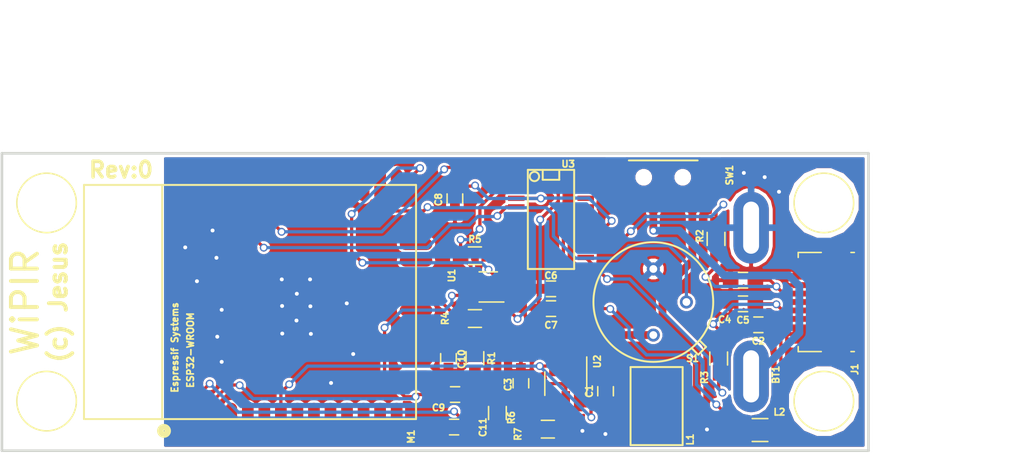
<source format=kicad_pcb>
(kicad_pcb (version 4) (host pcbnew 4.0.7-e2-6376~58~ubuntu16.04.1)
  (title_block (title wipir) (date 2017-10-19) (rev 0) (comment 1 "by Jesus Cano <me@jesus.engineer>") (comment 2 http://jesus.engineer/wipir))
  (layers (0 F.Cu signal) (31 B.Cu signal) (34 B.Paste user) (35 F.Paste user) (36 B.SilkS user) (37 F.SilkS user) (38 B.Mask user) (39 F.Mask user) (44 Edge.Cuts user))
  (net 0 "")
  (net 1 GND)
  (net 2 +BATT)
  (net 3 "Net-(C2-Pad1)")
  (net 4 VDD)
  (net 5 "Net-(C4-Pad1)")
  (net 6 "Net-(C5-Pad1)")
  (net 7 "Net-(C6-Pad1)")
  (net 8 "Net-(C8-Pad1)")
  (net 9 /RESET)
  (net 10 "Net-(J1-Pad4)")
  (net 11 "Net-(L1-Pad1)")
  (net 12 "Net-(M1-Pad37)")
  (net 13 "Net-(M1-Pad36)")
  (net 14 /TXD0)
  (net 15 /RXD0)
  (net 16 "Net-(M1-Pad33)")
  (net 17 "Net-(M1-Pad32)")
  (net 18 "Net-(M1-Pad31)")
  (net 19 "Net-(M1-Pad30)")
  (net 20 "Net-(M1-Pad29)")
  (net 21 "Net-(M1-Pad28)")
  (net 22 "Net-(M1-Pad27)")
  (net 23 /GPIO4)
  (net 24 /GPIO0)
  (net 25 "Net-(M1-Pad24)")
  (net 26 "Net-(M1-Pad23)")
  (net 27 "Net-(M1-Pad22)")
  (net 28 "Net-(M1-Pad21)")
  (net 29 "Net-(M1-Pad20)")
  (net 30 "Net-(M1-Pad19)")
  (net 31 "Net-(M1-Pad18)")
  (net 32 "Net-(M1-Pad17)")
  (net 33 "Net-(M1-Pad16)")
  (net 34 "Net-(M1-Pad15)")
  (net 35 "Net-(M1-Pad14)")
  (net 36 "Net-(M1-Pad13)")
  (net 37 "Net-(M1-Pad12)")
  (net 38 "Net-(M1-Pad11)")
  (net 39 "Net-(M1-Pad10)")
  (net 40 "Net-(M1-Pad9)")
  (net 41 "Net-(M1-Pad8)")
  (net 42 "Net-(M1-Pad6)")
  (net 43 "Net-(M1-Pad5)")
  (net 44 "Net-(M1-Pad4)")
  (net 45 /DTR)
  (net 46 /RTS)
  (net 47 "Net-(R2-Pad1)")
  (net 48 "Net-(R3-Pad1)")
  (net 49 "Net-(R6-Pad2)")
  (net 50 "Net-(U3-Pad5)")
  (net 51 "Net-(U3-Pad7)")
  (net 52 "Net-(U3-Pad8)")
  (net 53 "Net-(U3-Pad9)")
  (net 54 "Net-(U3-Pad10)")
  (net 55 "Net-(U3-Pad17)")
  (net 56 "Net-(U3-Pad18)")
  (net 57 "Net-(U3-Pad19)")
  (net 58 "Net-(R4-Pad1)")
  (net 59 "Net-(R5-Pad1)")
  (net 60 "Net-(BT1-Pad1)")
  (module common:VIA-0.6mm (layer F.Cu) (at 168.3153 111.1433)
    (fp_text reference REF** hide)
    (fp_text value VIA-0.6mm hide)
    (pad 1 thru_hole circle (at 0 0) (size 0.6 0.6) (drill 0.3) (layers *.Cu) (net 1 GND))
  )
  (module common:VIA-0.6mm (layer F.Cu) (at 173.847 92.871)
    (fp_text reference REF** hide)
    (fp_text value VIA-0.6mm hide)
    (pad 1 thru_hole circle (at 0 0) (size 0.6 0.6) (drill 0.3) (layers *.Cu) (net 1 GND))
  )
  (module common:VIA-0.6mm (layer F.Cu) (at 172.747 91.746)
    (fp_text reference REF** hide)
    (fp_text value VIA-0.6mm hide)
    (pad 1 thru_hole circle (at 0 0) (size 0.6 0.6) (drill 0.3) (layers *.Cu) (net 1 GND))
  )
  (module common:VIA-0.6mm (layer F.Cu) (at 171.147 91.421)
    (fp_text reference REF** hide)
    (fp_text value VIA-0.6mm hide)
    (pad 1 thru_hole circle (at 0 0) (size 0.6 0.6) (drill 0.3) (layers *.Cu) (net 1 GND))
  )
  (module common:VIA-0.6mm (layer F.Cu) (at 141.147 105.346)
    (fp_text reference REF** hide)
    (fp_text value VIA-0.6mm hide)
    (pad 1 thru_hole circle (at 0 0) (size 0.6 0.6) (drill 0.3) (layers *.Cu) (net 1 GND))
  )
  (module common:VIA-0.6mm (layer F.Cu) (at 130.347 95.846)
    (fp_text reference REF** hide)
    (fp_text value VIA-0.6mm hide)
    (pad 1 thru_hole circle (at 0 0) (size 0.6 0.6) (drill 0.3) (layers *.Cu) (net 1 GND))
  )
  (module common:VIA-0.6mm (layer F.Cu) (at 130.647 97.946)
    (fp_text reference REF** hide)
    (fp_text value VIA-0.6mm hide)
    (pad 1 thru_hole circle (at 0 0) (size 0.6 0.6) (drill 0.3) (layers *.Cu) (net 1 GND))
  )
  (module common:VIA-0.6mm (layer F.Cu) (at 160.5153 111.4933)
    (fp_text reference REF** hide)
    (fp_text value VIA-0.6mm hide)
    (pad 1 thru_hole circle (at 0 0) (size 0.6 0.6) (drill 0.3) (layers *.Cu) (net 1 GND))
  )
  (module common:VIA-0.6mm (layer F.Cu) (at 139.446 107.569)
    (fp_text reference REF** hide)
    (fp_text value VIA-0.6mm hide)
    (pad 1 thru_hole circle (at 0 0) (size 0.6 0.6) (drill 0.3) (layers *.Cu) (net 1 GND))
  )
  (module common:VIA-0.6mm (layer F.Cu) (at 140.6525 101.4476)
    (fp_text reference REF** hide)
    (fp_text value VIA-0.6mm hide)
    (pad 1 thru_hole circle (at 0 0) (size 0.6 0.6) (drill 0.3) (layers *.Cu) (net 1 GND))
  )
  (module common:VIA-0.6mm (layer F.Cu) (at 131.047 105.946)
    (fp_text reference REF** hide)
    (fp_text value VIA-0.6mm hide)
    (pad 1 thru_hole circle (at 0 0) (size 0.6 0.6) (drill 0.3) (layers *.Cu) (net 1 GND))
  )
  (module common:VIA-0.6mm (layer F.Cu) (at 130.7084 104.013)
    (fp_text reference REF** hide)
    (fp_text value VIA-0.6mm hide)
    (pad 1 thru_hole circle (at 0 0) (size 0.6 0.6) (drill 0.3) (layers *.Cu) (net 1 GND))
  )
  (module common:VIA-0.6mm (layer F.Cu) (at 131.047 101.946)
    (fp_text reference REF** hide)
    (fp_text value VIA-0.6mm hide)
    (pad 1 thru_hole circle (at 0 0) (size 0.6 0.6) (drill 0.3) (layers *.Cu) (net 1 GND))
  )
  (module common:VIA-0.6mm (layer F.Cu) (at 129.147 99.746)
    (fp_text reference REF** hide)
    (fp_text value VIA-0.6mm hide)
    (pad 1 thru_hole circle (at 0 0) (size 0.6 0.6) (drill 0.3) (layers *.Cu) (net 1 GND))
  )
  (module common:VIA-0.6mm (layer F.Cu) (at 128.247 97.146)
    (fp_text reference REF** hide)
    (fp_text value VIA-0.6mm hide)
    (pad 1 thru_hole circle (at 0 0) (size 0.6 0.6) (drill 0.3) (layers *.Cu) (net 1 GND))
  )
  (module common:VIA-0.6mm (layer F.Cu) (at 136.8171 100.711)
    (fp_text reference REF** hide)
    (fp_text value VIA-0.6mm hide)
    (pad 1 thru_hole circle (at 0 0) (size 0.6 0.6) (drill 0.3) (layers *.Cu) (net 1 GND))
  )
  (module common:VIA-0.6mm (layer F.Cu) (at 136.7917 102.7684)
    (fp_text reference REF** hide)
    (fp_text value VIA-0.6mm hide)
    (pad 1 thru_hole circle (at 0 0) (size 0.6 0.6) (drill 0.3) (layers *.Cu) (net 1 GND))
  )
  (module common:VIA-0.6mm (layer F.Cu) (at 137.8966 103.7971)
    (fp_text reference REF** hide)
    (fp_text value VIA-0.6mm hide)
    (pad 1 thru_hole circle (at 0 0) (size 0.6 0.6) (drill 0.3) (layers *.Cu) (net 1 GND))
  )
  (module common:VIA-0.6mm (layer F.Cu) (at 135.6995 103.7717)
    (fp_text reference REF** hide)
    (fp_text value VIA-0.6mm hide)
    (pad 1 thru_hole circle (at 0 0) (size 0.6 0.6) (drill 0.3) (layers *.Cu) (net 1 GND))
  )
  (module common:VIA-0.6mm (layer F.Cu) (at 137.8585 101.6762)
    (fp_text reference REF** hide)
    (fp_text value VIA-0.6mm hide)
    (pad 1 thru_hole circle (at 0 0) (size 0.6 0.6) (drill 0.3) (layers *.Cu) (net 1 GND))
  )
  (module common:VIA-0.6mm (layer F.Cu) (at 137.8331 99.6061)
    (fp_text reference REF** hide)
    (fp_text value VIA-0.6mm hide)
    (pad 1 thru_hole circle (at 0 0) (size 0.6 0.6) (drill 0.3) (layers *.Cu) (net 1 GND))
  )
  (module common:VIA-0.6mm (layer F.Cu) (at 135.6868 101.6508)
    (fp_text reference REF** hide)
    (fp_text value VIA-0.6mm hide)
    (pad 1 thru_hole circle (at 0 0) (size 0.6 0.6) (drill 0.3) (layers *.Cu) (net 1 GND))
  )
  (module common:VIA-0.6mm (layer F.Cu) (at 135.6614 99.6061)
    (fp_text reference REF** hide)
    (fp_text value VIA-0.6mm hide)
    (pad 1 thru_hole circle (at 0 0) (size 0.6 0.6) (drill 0.3) (layers *.Cu) (net 1 GND))
  )
  (module Connectors:1pin (layer F.Cu) (at 117.602 93.726)
    (fp_text reference REF** hide)
    (fp_text value 1pin hide)
    (pad "" np_thru_hole circle (at 0 0) (size 4.16 4.16) (drill 4.16) (layers *.Cu))
  )
  (module Connectors:1pin (layer F.Cu) (at 117.602 108.966)
    (fp_text reference REF** hide)
    (fp_text value 1pin hide)
    (pad "" np_thru_hole circle (at 0 0) (size 4.16 4.16) (drill 4.16) (layers *.Cu))
  )
  (module Connectors:1pin (layer F.Cu) (at 177.292 108.966)
    (fp_text reference REF** hide)
    (fp_text value 1pin hide)
    (pad "" np_thru_hole circle (at 0 0) (size 4.16 4.16) (drill 4.16) (layers *.Cu) (clearance 0.6))
  )
  (module Capacitors_SMD:C_0603_HandSoldering (layer F.Cu) (at 160.528 108.204 90)
    (fp_text reference C1 (at 0 -1.25 90) (layer F.SilkS) (effects (font (size 0.508 0.508) (thickness 0.127))))
    (fp_text value 4.7uF)
    (pad 1 smd rect (at -0.95 0 90) (size 1.2 0.75) (layers F.Cu F.Paste F.Mask) (net 2 +BATT))
    (pad 2 smd rect (at 0.95 0 90) (size 1.2 0.75) (layers F.Cu F.Paste F.Mask) (net 1 GND))
  )
  (module Capacitors_SMD:C_0603_HandSoldering (layer F.Cu) (at 172.2628 103.0986 180)
    (fp_text reference C2 (at 0 -1.25 180) (layer F.SilkS) (effects (font (size 0.508 0.508) (thickness 0.127))))
    (fp_text value 0.1uF)
    (pad 1 smd rect (at -0.95 0 180) (size 1.2 0.75) (layers F.Cu F.Paste F.Mask) (net 3 "Net-(C2-Pad1)"))
    (pad 2 smd rect (at 0.95 0 180) (size 1.2 0.75) (layers F.Cu F.Paste F.Mask) (net 1 GND))
  )
  (module Capacitors_SMD:C_0603_HandSoldering (layer F.Cu) (at 154.0256 107.5944 90)
    (fp_text reference C3 (at -0.1016 -0.9906 90) (layer F.SilkS) (effects (font (size 0.508 0.508) (thickness 0.127))))
    (fp_text value 10uF)
    (pad 1 smd rect (at -0.95 0 90) (size 1.2 0.75) (layers F.Cu F.Paste F.Mask) (net 4 VDD))
    (pad 2 smd rect (at 0.95 0 90) (size 1.2 0.75) (layers F.Cu F.Paste F.Mask) (net 1 GND))
  )
  (module Capacitors_SMD:C_0603_HandSoldering (layer F.Cu) (at 171.0817 99.6696 180)
    (fp_text reference C4 (at 1.4047 -3.0264 360) (layer F.SilkS) (effects (font (size 0.508 0.508) (thickness 0.127))))
    (fp_text value 47pF)
    (pad 1 smd rect (at -0.95 0 180) (size 1.2 0.75) (layers F.Cu F.Paste F.Mask) (net 5 "Net-(C4-Pad1)"))
    (pad 2 smd rect (at 0.95 0 180) (size 1.2 0.75) (layers F.Cu F.Paste F.Mask) (net 1 GND))
  )
  (module Capacitors_SMD:C_0603_HandSoldering (layer F.Cu) (at 171.0817 101.4857 180)
    (fp_text reference C5 (at 0 -1.25 180) (layer F.SilkS) (effects (font (size 0.508 0.508) (thickness 0.127))))
    (fp_text value 47pF)
    (pad 1 smd rect (at -0.95 0 180) (size 1.2 0.75) (layers F.Cu F.Paste F.Mask) (net 6 "Net-(C5-Pad1)"))
    (pad 2 smd rect (at 0.95 0 180) (size 1.2 0.75) (layers F.Cu F.Paste F.Mask) (net 1 GND))
  )
  (module Capacitors_SMD:C_0603_HandSoldering (layer F.Cu) (at 156.337 100.33 180)
    (fp_text reference C6 (at 0 1.016 360) (layer F.SilkS) (effects (font (size 0.508 0.508) (thickness 0.127))))
    (fp_text value 0.1uF)
    (pad 1 smd rect (at -0.95 0 180) (size 1.2 0.75) (layers F.Cu F.Paste F.Mask) (net 7 "Net-(C6-Pad1)"))
    (pad 2 smd rect (at 0.95 0 180) (size 1.2 0.75) (layers F.Cu F.Paste F.Mask) (net 1 GND))
  )
  (module Capacitors_SMD:C_0603_HandSoldering (layer F.Cu) (at 156.337 101.854 180)
    (fp_text reference C7 (at 0 -1.27 360) (layer F.SilkS) (effects (font (size 0.508 0.508) (thickness 0.127))))
    (fp_text value 4.7uF)
    (pad 1 smd rect (at -0.95 0 180) (size 1.2 0.75) (layers F.Cu F.Paste F.Mask) (net 7 "Net-(C6-Pad1)"))
    (pad 2 smd rect (at 0.95 0 180) (size 1.2 0.75) (layers F.Cu F.Paste F.Mask) (net 1 GND))
  )
  (module Capacitors_SMD:C_0603_HandSoldering (layer F.Cu) (at 148.957 93.386 270)
    (fp_text reference C8 (at 0.086 1.256 270) (layer F.SilkS) (effects (font (size 0.508 0.508) (thickness 0.127))))
    (fp_text value 0.1uF)
    (pad 1 smd rect (at -0.95 0 270) (size 1.2 0.75) (layers F.Cu F.Paste F.Mask) (net 8 "Net-(C8-Pad1)"))
    (pad 2 smd rect (at 0.95 0 270) (size 1.2 0.75) (layers F.Cu F.Paste F.Mask) (net 1 GND))
  )
  (module Capacitors_SMD:C_0603_HandSoldering (layer F.Cu) (at 148.971 108.458)
    (fp_text reference C9 (at -1.27 1.016 180) (layer F.SilkS) (effects (font (size 0.508 0.508) (thickness 0.127))))
    (fp_text value 0.1uF)
    (pad 1 smd rect (at -0.95 0) (size 1.2 0.75) (layers F.Cu F.Paste F.Mask) (net 9 /RESET))
    (pad 2 smd rect (at 0.95 0) (size 1.2 0.75) (layers F.Cu F.Paste F.Mask) (net 1 GND))
  )
  (module Capacitors_SMD:C_0603_HandSoldering (layer F.Cu) (at 148.463 105.664 270)
    (fp_text reference C10 (at 0.072 -1.014 270) (layer F.SilkS) (effects (font (size 0.508 0.508) (thickness 0.127))))
    (fp_text value 0.1uF)
    (pad 1 smd rect (at -0.95 0 270) (size 1.2 0.75) (layers F.Cu F.Paste F.Mask) (net 4 VDD))
    (pad 2 smd rect (at 0.95 0 270) (size 1.2 0.75) (layers F.Cu F.Paste F.Mask) (net 1 GND))
  )
  (module Capacitors_SMD:C_0603_HandSoldering (layer F.Cu) (at 148.8948 110.9599 180)
    (fp_text reference C11 (at -2.2122 -0.0161 270) (layer F.SilkS) (effects (font (size 0.508 0.508) (thickness 0.127))))
    (fp_text value 10uF)
    (pad 1 smd rect (at -0.95 0 180) (size 1.2 0.75) (layers F.Cu F.Paste F.Mask) (net 4 VDD))
    (pad 2 smd rect (at 0.95 0 180) (size 1.2 0.75) (layers F.Cu F.Paste F.Mask) (net 1 GND))
  )
  (module Connectors_USB:USB_Micro-B_Molex_47346-0001 (layer F.Cu) (at 178.2318 101.346 90)
    (fp_text reference J1 (at -5.17 1.4352 90) (layer F.SilkS) (effects (font (size 0.508 0.508) (thickness 0.127))))
    (fp_text value USB_OTG)
    (pad 1 smd rect (at -1.3 -2.66 90) (size 0.45 1.38) (layers F.Cu F.Paste F.Mask) (net 3 "Net-(C2-Pad1)"))
    (pad 2 smd rect (at -0.65 -2.66 90) (size 0.45 1.38) (layers F.Cu F.Paste F.Mask) (net 6 "Net-(C5-Pad1)"))
    (pad 3 smd rect (at 0 -2.66 90) (size 0.45 1.38) (layers F.Cu F.Paste F.Mask) (net 5 "Net-(C4-Pad1)"))
    (pad 4 smd rect (at 0.65 -2.66 90) (size 0.45 1.38) (layers F.Cu F.Paste F.Mask) (net 10 "Net-(J1-Pad4)"))
    (pad 5 smd rect (at 1.3 -2.66 90) (size 0.45 1.38) (layers F.Cu F.Paste F.Mask) (net 1 GND))
    (pad 6 smd rect (at -2.4625 -2.3 90) (size 1.475 2.1) (layers F.Cu F.Paste F.Mask) (net 1 GND))
    (pad 6 smd rect (at 2.4625 -2.3 90) (size 1.475 2.1) (layers F.Cu F.Paste F.Mask) (net 1 GND))
    (pad 6 smd rect (at -2.91 0 90) (size 2.375 1.9) (layers F.Cu F.Paste F.Mask) (net 1 GND))
    (pad 6 smd rect (at 2.91 0 90) (size 2.375 1.9) (layers F.Cu F.Paste F.Mask) (net 1 GND))
    (pad 6 smd rect (at -0.84 0 90) (size 1.175 1.9) (layers F.Cu F.Paste F.Mask) (net 1 GND))
    (pad 6 smd rect (at 0.84 0 90) (size 1.175 1.9) (layers F.Cu F.Paste F.Mask) (net 1 GND))
  )
  (module common:VLS3015ET-4R7M (layer F.Cu) (at 164.447 109.346 270)
    (fp_text reference L1 (at 2.57 -2.58 270) (layer F.SilkS) (effects (font (size 0.508 0.508) (thickness 0.127))))
    (fp_text value 4.7uH)
    (pad 2 smd rect (at 1.5 0 270) (size 2 3) (layers F.Cu F.Paste F.Mask) (net 2 +BATT))
    (pad 1 smd rect (at -1.5 0 270) (size 2 3) (layers F.Cu F.Paste F.Mask) (net 11 "Net-(L1-Pad1)"))
  )
  (module Inductors_SMD:L_0805_HandSoldering (layer F.Cu) (at 172.3898 111.1885 180)
    (fp_text reference L2 (at -1.4872 1.3825 180) (layer F.SilkS) (effects (font (size 0.508 0.508) (thickness 0.127))))
    (fp_text value Ferrite)
    (pad 1 smd rect (at -1.35 0 180) (size 1.5 1.3) (layers F.Cu F.Paste F.Mask) (net 3 "Net-(C2-Pad1)"))
    (pad 2 smd rect (at 1.35 0 180) (size 1.5 1.3) (layers F.Cu F.Paste F.Mask) (net 7 "Net-(C6-Pad1)"))
  )
  (module ESP32-footprints-Lib:ESP32-WROOM (layer F.Cu) (at 133.223 101.346 270)
    (fp_text reference M1 (at 10.35 -12.374 270) (layer F.SilkS) (effects (font (size 0.508 0.508) (thickness 0.127))))
    (fp_text value ESP32-WROOM)
    (fp_text user "Espressif Systems" (at 3.5 5.776 450) (layer F.SilkS) (effects (font (size 0.508 0.508) (thickness 0.127))))
    (fp_text user ESP32-WROOM (at 3.7 4.576 450) (layer F.SilkS) (effects (font (size 0.508 0.508) (thickness 0.127))))
    (pad 38 smd oval (at -9 5.25 270) (size 2.5 0.9) (layers F.Cu F.Paste F.Mask) (net 1 GND))
    (pad 37 smd oval (at -9 3.98 270) (size 2.5 0.9) (layers F.Cu F.Paste F.Mask) (net 12 "Net-(M1-Pad37)"))
    (pad 36 smd oval (at -9 2.71 270) (size 2.5 0.9) (layers F.Cu F.Paste F.Mask) (net 13 "Net-(M1-Pad36)"))
    (pad 35 smd oval (at -9 1.44 270) (size 2.5 0.9) (layers F.Cu F.Paste F.Mask) (net 14 /TXD0))
    (pad 34 smd oval (at -9 0.17 270) (size 2.5 0.9) (layers F.Cu F.Paste F.Mask) (net 15 /RXD0))
    (pad 33 smd oval (at -9 -1.1 270) (size 2.5 0.9) (layers F.Cu F.Paste F.Mask) (net 16 "Net-(M1-Pad33)"))
    (pad 32 smd oval (at -9 -2.37 270) (size 2.5 0.9) (layers F.Cu F.Paste F.Mask) (net 17 "Net-(M1-Pad32)"))
    (pad 31 smd oval (at -9 -3.64 270) (size 2.5 0.9) (layers F.Cu F.Paste F.Mask) (net 18 "Net-(M1-Pad31)"))
    (pad 30 smd oval (at -9 -4.91 270) (size 2.5 0.9) (layers F.Cu F.Paste F.Mask) (net 19 "Net-(M1-Pad30)"))
    (pad 29 smd oval (at -9 -6.18 270) (size 2.5 0.9) (layers F.Cu F.Paste F.Mask) (net 20 "Net-(M1-Pad29)"))
    (pad 28 smd oval (at -9 -7.45 270) (size 2.5 0.9) (layers F.Cu F.Paste F.Mask) (net 21 "Net-(M1-Pad28)"))
    (pad 27 smd oval (at -9 -8.72 270) (size 2.5 0.9) (layers F.Cu F.Paste F.Mask) (net 22 "Net-(M1-Pad27)"))
    (pad 26 smd oval (at -9 -9.99 270) (size 2.5 0.9) (layers F.Cu F.Paste F.Mask) (net 23 /GPIO4))
    (pad 25 smd oval (at -9 -11.26 270) (size 2.5 0.9) (layers F.Cu F.Paste F.Mask) (net 24 /GPIO0))
    (pad 24 smd oval (at -5.715 -12.75 270) (size 0.9 2.5) (layers F.Cu F.Paste F.Mask) (net 25 "Net-(M1-Pad24)"))
    (pad 23 smd oval (at -4.445 -12.75 270) (size 0.9 2.5) (layers F.Cu F.Paste F.Mask) (net 26 "Net-(M1-Pad23)"))
    (pad 22 smd oval (at -3.175 -12.75 270) (size 0.9 2.5) (layers F.Cu F.Paste F.Mask) (net 27 "Net-(M1-Pad22)"))
    (pad 21 smd oval (at -1.905 -12.75 270) (size 0.9 2.5) (layers F.Cu F.Paste F.Mask) (net 28 "Net-(M1-Pad21)"))
    (pad 20 smd oval (at -0.635 -12.75 270) (size 0.9 2.5) (layers F.Cu F.Paste F.Mask) (net 29 "Net-(M1-Pad20)"))
    (pad 19 smd oval (at 0.635 -12.75 270) (size 0.9 2.5) (layers F.Cu F.Paste F.Mask) (net 30 "Net-(M1-Pad19)"))
    (pad 18 smd oval (at 1.905 -12.75 270) (size 0.9 2.5) (layers F.Cu F.Paste F.Mask) (net 31 "Net-(M1-Pad18)"))
    (pad 17 smd oval (at 3.175 -12.75 270) (size 0.9 2.5) (layers F.Cu F.Paste F.Mask) (net 32 "Net-(M1-Pad17)"))
    (pad 16 smd oval (at 4.445 -12.75 270) (size 0.9 2.5) (layers F.Cu F.Paste F.Mask) (net 33 "Net-(M1-Pad16)"))
    (pad 15 smd oval (at 5.715 -12.75 270) (size 0.9 2.5) (layers F.Cu F.Paste F.Mask) (net 34 "Net-(M1-Pad15)"))
    (pad 14 smd oval (at 9 -11.26 270) (size 2.5 0.9) (layers F.Cu F.Paste F.Mask) (net 35 "Net-(M1-Pad14)"))
    (pad 13 smd oval (at 9 -9.99 270) (size 2.5 0.9) (layers F.Cu F.Paste F.Mask) (net 36 "Net-(M1-Pad13)"))
    (pad 12 smd oval (at 9 -8.72 270) (size 2.5 0.9) (layers F.Cu F.Paste F.Mask) (net 37 "Net-(M1-Pad12)"))
    (pad 11 smd oval (at 9 -7.45 270) (size 2.5 0.9) (layers F.Cu F.Paste F.Mask) (net 38 "Net-(M1-Pad11)"))
    (pad 10 smd oval (at 9 -6.18 270) (size 2.5 0.9) (layers F.Cu F.Paste F.Mask) (net 39 "Net-(M1-Pad10)"))
    (pad 9 smd oval (at 9 -4.91 270) (size 2.5 0.9) (layers F.Cu F.Paste F.Mask) (net 40 "Net-(M1-Pad9)"))
    (pad 8 smd oval (at 9 -3.64 270) (size 2.5 0.9) (layers F.Cu F.Paste F.Mask) (net 41 "Net-(M1-Pad8)"))
    (pad 7 smd oval (at 9 -2.37 270) (size 2.5 0.9) (layers F.Cu F.Paste F.Mask) (net 2 +BATT))
    (pad 6 smd oval (at 9 -1.1 270) (size 2.5 0.9) (layers F.Cu F.Paste F.Mask) (net 42 "Net-(M1-Pad6)"))
    (pad 5 smd oval (at 9 0.17 270) (size 2.5 0.9) (layers F.Cu F.Paste F.Mask) (net 43 "Net-(M1-Pad5)"))
    (pad 4 smd oval (at 9 1.44 270) (size 2.5 0.9) (layers F.Cu F.Paste F.Mask) (net 44 "Net-(M1-Pad4)"))
    (pad 3 smd oval (at 9 2.71 270) (size 2.5 0.9) (layers F.Cu F.Paste F.Mask) (net 9 /RESET))
    (pad 2 smd oval (at 9 3.98 270) (size 2.5 0.9) (layers F.Cu F.Paste F.Mask) (net 4 VDD))
    (pad 1 smd oval (at 9 5.25 270) (size 2.5 0.9) (layers F.Cu F.Paste F.Mask) (net 1 GND))
    (pad 39 smd rect (at 0.3 -2.45 270) (size 6 6) (layers F.Cu F.Paste F.Mask) (net 1 GND))
  )
  (module Resistors_SMD:R_0603_HandSoldering (layer F.Cu) (at 150.495 105.664 270)
    (fp_text reference R1 (at 0 -1.27 270) (layer F.SilkS) (effects (font (size 0.508 0.508) (thickness 0.127))))
    (fp_text value 10K)
    (pad 1 smd rect (at -1.1 0 270) (size 1.2 0.9) (layers F.Cu F.Paste F.Mask) (net 4 VDD))
    (pad 2 smd rect (at 1.1 0 270) (size 1.2 0.9) (layers F.Cu F.Paste F.Mask) (net 9 /RESET))
  )
  (module Resistors_SMD:R_0603_HandSoldering (layer F.Cu) (at 169.0116 96.4946 270)
    (fp_text reference R2 (at -0.2286 1.2446 270) (layer F.SilkS) (effects (font (size 0.508 0.508) (thickness 0.127))))
    (fp_text value 27)
    (pad 1 smd rect (at -1.1 0 270) (size 1.2 0.9) (layers F.Cu F.Paste F.Mask) (net 47 "Net-(R2-Pad1)"))
    (pad 2 smd rect (at 1.1 0 270) (size 1.2 0.9) (layers F.Cu F.Paste F.Mask) (net 5 "Net-(C4-Pad1)"))
  )
  (module Resistors_SMD:R_0603_HandSoldering (layer F.Cu) (at 169.2148 105.6894 90)
    (fp_text reference R3 (at -1.4566 -1.0878 90) (layer F.SilkS) (effects (font (size 0.508 0.508) (thickness 0.127))))
    (fp_text value 27)
    (pad 1 smd rect (at -1.1 0 90) (size 1.2 0.9) (layers F.Cu F.Paste F.Mask) (net 48 "Net-(R3-Pad1)"))
    (pad 2 smd rect (at 1.1 0 90) (size 1.2 0.9) (layers F.Cu F.Paste F.Mask) (net 6 "Net-(C5-Pad1)"))
  )
  (module Resistors_SMD:R_0603_HandSoldering (layer F.Cu) (at 150.495 102.616)
    (fp_text reference R4 (at -2.286 0 90) (layer F.SilkS) (effects (font (size 0.508 0.508) (thickness 0.127))))
    (fp_text value 10K)
    (pad 1 smd rect (at -1.1 0) (size 1.2 0.9) (layers F.Cu F.Paste F.Mask) (net 58 "Net-(R4-Pad1)"))
    (pad 2 smd rect (at 1.1 0) (size 1.2 0.9) (layers F.Cu F.Paste F.Mask) (net 46 /RTS))
  )
  (module Resistors_SMD:R_0603_HandSoldering (layer F.Cu) (at 150.495 97.79 180)
    (fp_text reference R5 (at 0 1.27 180) (layer F.SilkS) (effects (font (size 0.508 0.508) (thickness 0.127))))
    (fp_text value 10K)
    (pad 1 smd rect (at -1.1 0 180) (size 1.2 0.9) (layers F.Cu F.Paste F.Mask) (net 59 "Net-(R5-Pad1)"))
    (pad 2 smd rect (at 1.1 0 180) (size 1.2 0.9) (layers F.Cu F.Paste F.Mask) (net 45 /DTR))
  )
  (module Resistors_SMD:R_0603_HandSoldering (layer F.Cu) (at 152.2222 109.8804 270)
    (fp_text reference R6 (at 0.3556 -1.0668 450) (layer F.SilkS) (effects (font (size 0.508 0.508) (thickness 0.127))))
    (fp_text value 1.69M)
    (pad 1 smd rect (at -1.1 0 270) (size 1.2 0.9) (layers F.Cu F.Paste F.Mask) (net 4 VDD))
    (pad 2 smd rect (at 1.1 0 270) (size 1.2 0.9) (layers F.Cu F.Paste F.Mask) (net 49 "Net-(R6-Pad2)"))
  )
  (module Resistors_SMD:R_0603_HandSoldering (layer F.Cu) (at 156.097 111.121)
    (fp_text reference R7 (at -2.3 0.385 270) (layer F.SilkS) (effects (font (size 0.508 0.508) (thickness 0.127))))
    (fp_text value 1M)
    (pad 1 smd rect (at -1.1 0) (size 1.2 0.9) (layers F.Cu F.Paste F.Mask) (net 49 "Net-(R6-Pad2)"))
    (pad 2 smd rect (at 1.1 0) (size 1.2 0.9) (layers F.Cu F.Paste F.Mask) (net 1 GND))
  )
  (module pir:AM312 (layer F.Cu) (at 164.19576 101.346 180)
    (fp_text reference S1 (at -3.01124 -4.34 180) (layer F.SilkS) (effects (font (size 0.508 0.508) (thickness 0.127))))
    (fp_text value AM312)
    (pad 3 thru_hole circle (at 0 2.54 180) (size 1 1) (drill 0.6) (layers *.Cu *.Mask) (net 1 GND))
    (pad 1 thru_hole circle (at 0 -2.54 180) (size 1 1) (drill 0.6) (layers *.Cu *.Mask) (net 4 VDD))
    (pad 2 thru_hole circle (at -2.54 0 180) (size 1 1) (drill 0.6) (layers *.Cu *.Mask) (net 23 /GPIO4))
  )
  (module TO_SOT_Packages_SMD:SOT-23-6_Handsoldering (layer F.Cu) (at 157.472 107.621 270)
    (fp_text reference U2 (at -1.703 -2.421 450) (layer F.SilkS) (effects (font (size 0.508 0.508) (thickness 0.127))))
    (fp_text value MCP16251)
    (pad 1 smd rect (at -1.35 -0.95 270) (size 1.56 0.65) (layers F.Cu F.Paste F.Mask) (net 11 "Net-(L1-Pad1)"))
    (pad 2 smd rect (at -1.35 0 270) (size 1.56 0.65) (layers F.Cu F.Paste F.Mask) (net 1 GND))
    (pad 3 smd rect (at -1.35 0.95 270) (size 1.56 0.65) (layers F.Cu F.Paste F.Mask) (net 2 +BATT))
    (pad 4 smd rect (at 1.35 0.95 270) (size 1.56 0.65) (layers F.Cu F.Paste F.Mask) (net 49 "Net-(R6-Pad2)"))
    (pad 6 smd rect (at 1.35 -0.95 270) (size 1.56 0.65) (layers F.Cu F.Paste F.Mask) (net 2 +BATT))
    (pad 5 smd rect (at 1.35 0 270) (size 1.56 0.65) (layers F.Cu F.Paste F.Mask) (net 4 VDD))
  )
  (module SMD_Packages:SSOP-20 (layer F.Cu) (at 156.337 94.996 270)
    (fp_text reference U3 (at -4.26 -1.32 540) (layer F.SilkS) (effects (font (size 0.508 0.508) (thickness 0.127))))
    (fp_text value FT231XS)
    (pad 1 smd rect (at -2.921 2.667 270) (size 0.4064 1.27) (layers F.Cu F.Paste F.Mask) (net 45 /DTR))
    (pad 2 smd rect (at -2.286 2.667 270) (size 0.4064 1.27) (layers F.Cu F.Paste F.Mask) (net 46 /RTS))
    (pad 3 smd rect (at -1.6256 2.667 270) (size 0.4064 1.27) (layers F.Cu F.Paste F.Mask) (net 8 "Net-(C8-Pad1)"))
    (pad 4 smd rect (at -0.9652 2.667 270) (size 0.4064 1.27) (layers F.Cu F.Paste F.Mask) (net 14 /TXD0))
    (pad 5 smd rect (at -0.3302 2.667 270) (size 0.4064 1.27) (layers F.Cu F.Paste F.Mask) (net 50 "Net-(U3-Pad5)"))
    (pad 6 smd rect (at 0.3302 2.667 270) (size 0.4064 1.27) (layers F.Cu F.Paste F.Mask) (net 1 GND))
    (pad 7 smd rect (at 0.9906 2.667 270) (size 0.4064 1.27) (layers F.Cu F.Paste F.Mask) (net 51 "Net-(U3-Pad7)"))
    (pad 8 smd rect (at 1.6256 2.667 270) (size 0.4064 1.27) (layers F.Cu F.Paste F.Mask) (net 52 "Net-(U3-Pad8)"))
    (pad 9 smd rect (at 2.286 2.667 270) (size 0.4064 1.27) (layers F.Cu F.Paste F.Mask) (net 53 "Net-(U3-Pad9)"))
    (pad 10 smd rect (at 2.921 2.667 270) (size 0.4064 1.27) (layers F.Cu F.Paste F.Mask) (net 54 "Net-(U3-Pad10)"))
    (pad 11 smd rect (at 2.921 -2.667 270) (size 0.4064 1.27) (layers F.Cu F.Paste F.Mask) (net 48 "Net-(R3-Pad1)"))
    (pad 12 smd rect (at 2.286 -2.667 270) (size 0.4064 1.27) (layers F.Cu F.Paste F.Mask) (net 47 "Net-(R2-Pad1)"))
    (pad 13 smd rect (at 1.6256 -2.667 270) (size 0.4064 1.27) (layers F.Cu F.Paste F.Mask) (net 8 "Net-(C8-Pad1)"))
    (pad 14 smd rect (at 0.9906 -2.667 270) (size 0.4064 1.27) (layers F.Cu F.Paste F.Mask) (net 8 "Net-(C8-Pad1)"))
    (pad 15 smd rect (at 0.3302 -2.667 270) (size 0.4064 1.27) (layers F.Cu F.Paste F.Mask) (net 7 "Net-(C6-Pad1)"))
    (pad 16 smd rect (at -0.3302 -2.667 270) (size 0.4064 1.27) (layers F.Cu F.Paste F.Mask) (net 1 GND))
    (pad 17 smd rect (at -0.9652 -2.667 270) (size 0.4064 1.27) (layers F.Cu F.Paste F.Mask) (net 55 "Net-(U3-Pad17)"))
    (pad 18 smd rect (at -1.6256 -2.667 270) (size 0.4064 1.27) (layers F.Cu F.Paste F.Mask) (net 56 "Net-(U3-Pad18)"))
    (pad 19 smd rect (at -2.286 -2.667 270) (size 0.4064 1.27) (layers F.Cu F.Paste F.Mask) (net 57 "Net-(U3-Pad19)"))
    (pad 20 smd rect (at -2.921 -2.667 270) (size 0.4064 1.27) (layers F.Cu F.Paste F.Mask) (net 15 /RXD0))
  )
  (module Connectors:1pin (layer F.Cu) (at 177.292 93.726)
    (fp_text reference REF** hide)
    (fp_text value 1pin hide)
    (pad "" np_thru_hole circle (at 0 0) (size 4.16 4.16) (drill 4.16) (layers *.Cu) (clearance 0.6))
  )
  (module common:AAA-SINGL-CONTACT (layer F.Cu) (at 171.704 101.346)
    (fp_text reference BT1 (at 1.905 5.588 90) (layer F.SilkS) (effects (font (size 0.508 0.508) (thickness 0.127))))
    (fp_text value Battery)
    (pad 1 thru_hole oval (at 0 5.715) (size 2.72 5.51) (drill oval 1.22 4.01) (layers *.Cu F.Mask) (net 60 "Net-(BT1-Pad1)"))
    (pad 2 thru_hole oval (at 0 -5.715) (size 2.72 5.51) (drill oval 1.22 4.01) (layers *.Cu F.Mask) (net 1 GND))
  )
  (module common:VIA-0.6mm (layer F.Cu) (at 158.75 111.252)
    (fp_text reference REF** hide)
    (fp_text value VIA-0.6mm hide)
    (pad 1 thru_hole circle (at 0 0) (size 0.6 0.6) (drill 0.3) (layers *.Cu) (net 1 GND))
  )
  (module TO_SOT_Packages_SMD:SOT-363_SC-70-6_Handsoldering (layer F.Cu) (at 151.517 100.186 180)
    (fp_text reference U1 (at 2.8 0.872 270) (layer F.SilkS) (effects (font (size 0.508 0.508) (thickness 0.127))))
    (fp_text value MBT3904DW1T1G)
    (pad 1 smd rect (at -1.33 -0.65 180) (size 1.5 0.4) (layers F.Cu F.Paste F.Mask) (net 46 /RTS))
    (pad 2 smd rect (at -1.33 0 180) (size 1.5 0.4) (layers F.Cu F.Paste F.Mask) (net 59 "Net-(R5-Pad1)"))
    (pad 3 smd rect (at -1.33 0.65 180) (size 1.5 0.4) (layers F.Cu F.Paste F.Mask) (net 24 /GPIO0))
    (pad 4 smd rect (at 1.33 0.65 180) (size 1.5 0.4) (layers F.Cu F.Paste F.Mask) (net 45 /DTR))
    (pad 5 smd rect (at 1.33 0 180) (size 1.5 0.4) (layers F.Cu F.Paste F.Mask) (net 58 "Net-(R4-Pad1)"))
    (pad 6 smd rect (at 1.33 -0.65 180) (size 1.5 0.4) (layers F.Cu F.Paste F.Mask) (net 9 /RESET))
  )
  (module common:PCM12SMTR (layer F.Cu) (at 164.957 91.756 180)
    (fp_text reference SW1 (at -5.096 0.1636 270) (layer F.SilkS) (effects (font (size 0.508 0.508) (thickness 0.127))))
    (fp_text value SW_DPDT_x2)
    (pad "" smd rect (at 3.6449 0.9779 180) (size 0.9906 0.8128) (layers F.Cu F.Mask))
    (pad "" smd rect (at 3.6449 -0.9779 180) (size 0.9906 0.8128) (layers F.Cu F.Mask))
    (pad "" np_thru_hole circle (at 1.4986 0 180) (size 0.889 0.889) (drill 0.889) (layers *.Cu *.Mask))
    (pad "" smd rect (at -3.6449 0.9779 180) (size 0.9906 0.8128) (layers F.Cu F.Mask))
    (pad "" smd rect (at -3.6449 -0.9779 180) (size 0.9906 0.8128) (layers F.Cu F.Mask))
    (pad 1 smd rect (at -2.2352 -1.8669 180) (size 0.7112 1.7526) (layers F.Cu F.Mask) (net 2 +BATT))
    (pad 3 smd rect (at 2.2606 -1.8669 180) (size 0.7112 1.7526) (layers F.Cu F.Mask) (net 60 "Net-(BT1-Pad1)"))
    (pad 2 smd rect (at 0.762 -1.8669 180) (size 0.7112 1.7526) (layers F.Cu F.Mask) (net 60 "Net-(BT1-Pad1)"))
    (pad "" np_thru_hole circle (at -1.4986 0 180) (size 0.889 0.889) (drill 0.889) (layers *.Cu *.Mask))
  )
  (gr_text Rev:0 (at 123.317 91.186) (layer F.SilkS) (effects (font (size 1.2 1.2) (thickness 0.275))))
  (gr_text "(c) Jesus" (at 118.491 101.346 90) (layer F.SilkS) (effects (font (size 1.3 1.3) (thickness 0.3))))
  (gr_text WiPIR (at 115.951 101.346 90) (layer F.SilkS) (effects (font (size 2 2) (thickness 0.3))))
  (gr_line (start 180.721 89.916) (end 180.721 112.776) (angle 90) (layer Edge.Cuts) (width 0.2))
  (gr_line (start 114.173 89.916) (end 180.721 89.916) (angle 90) (layer Edge.Cuts) (width 0.2))
  (gr_line (start 114.173 112.776) (end 114.173 89.916) (angle 90) (layer Edge.Cuts) (width 0.2))
  (gr_line (start 114.173 112.776) (end 180.721 112.776) (angle 90) (layer Edge.Cuts) (width 0.2))
  (segment (start 177.7843 103.8085) (end 178.2318 103.361) (width 0.25) (layer F.Cu) (net 1))
  (segment (start 178.2318 98.436) (end 177.7843 98.8835) (width 0.25) (layer F.Cu) (net 1))
  (segment (start 167.1922 93.6229) (end 167.1922 98.1808) (width 0.6) (layer F.Cu) (net 2))
  (segment (start 166.117 110.846) (end 164.447 110.846) (width 0.6) (layer F.Cu) (net 2))
  (segment (start 167.537 109.426) (end 166.117 110.846) (width 0.6) (layer F.Cu) (net 2))
  (segment (start 167.537 105.006) (end 167.537 109.426) (width 0.6) (layer F.Cu) (net 2))
  (segment (start 164.897 102.366) (end 167.537 105.006) (width 0.6) (layer F.Cu) (net 2))
  (segment (start 164.897 100.476) (end 164.897 102.366) (width 0.6) (layer F.Cu) (net 2))
  (segment (start 167.1922 98.1808) (end 164.897 100.476) (width 0.6) (layer F.Cu) (net 2))
  (segment (start 155.4734 106.2736) (end 137.6553 106.2736) (width 0.25) (layer B.Cu) (net 2))
  (segment (start 135.593 108.3105) (end 135.593 110.346) (width 0.25) (layer F.Cu) (net 2))
  (segment (start 136.2329 107.6706) (end 135.593 108.3105) (width 0.25) (layer F.Cu) (net 2))
  (via (at 136.2329 107.6706) (size 0.6) (drill 0.4) (layers F.Cu B.Cu) (net 2))
  (segment (start 136.2583 107.6706) (end 136.2329 107.6706) (width 0.25) (layer B.Cu) (net 2))
  (segment (start 137.6553 106.2736) (end 136.2583 107.6706) (width 0.25) (layer B.Cu) (net 2))
  (segment (start 156.522 106.271) (end 155.476 106.271) (width 0.25) (layer F.Cu) (net 2))
  (segment (start 159.4104 110.1852) (end 159.4104 109.154) (width 0.25) (layer F.Cu) (net 2))
  (segment (start 159.4358 110.2106) (end 159.4104 110.1852) (width 0.25) (layer F.Cu) (net 2))
  (via (at 159.4358 110.2106) (size 0.6) (drill 0.4) (layers F.Cu B.Cu) (net 2))
  (segment (start 159.4104 110.2106) (end 159.4358 110.2106) (width 0.25) (layer B.Cu) (net 2))
  (segment (start 155.4734 106.2736) (end 159.4104 110.2106) (width 0.25) (layer B.Cu) (net 2))
  (via (at 155.4734 106.2736) (size 0.6) (drill 0.4) (layers F.Cu B.Cu) (net 2))
  (segment (start 155.476 106.271) (end 155.4734 106.2736) (width 0.25) (layer F.Cu) (net 2))
  (segment (start 160.394 109.154) (end 160.528 109.154) (width 0.25) (layer F.Cu) (net 2))
  (segment (start 160.528 109.154) (end 159.4104 109.154) (width 0.6) (layer F.Cu) (net 2))
  (segment (start 159.4104 109.154) (end 158.605 109.154) (width 0.6) (layer F.Cu) (net 2))
  (segment (start 158.605 109.154) (end 158.422 108.971) (width 0.6) (layer F.Cu) (net 2))
  (segment (start 164.447 110.846) (end 162.22 110.846) (width 0.8) (layer F.Cu) (net 2))
  (segment (start 162.22 110.846) (end 160.528 109.154) (width 0.8) (layer F.Cu) (net 2))
  (segment (start 173.7398 111.1885) (end 173.7398 110.4989) (width 0.25) (layer F.Cu) (net 3))
  (segment (start 173.99 103.8758) (end 173.2128 103.0986) (width 0.25) (layer F.Cu) (net 3))
  (segment (start 173.99 110.2487) (end 173.99 103.8758) (width 0.25) (layer F.Cu) (net 3))
  (segment (start 173.7398 110.4989) (end 173.99 110.2487) (width 0.25) (layer F.Cu) (net 3))
  (segment (start 173.2128 103.0986) (end 174.0535 103.0986) (width 0.25) (layer F.Cu) (net 3))
  (segment (start 174.5061 102.646) (end 175.5718 102.646) (width 0.25) (layer F.Cu) (net 3))
  (segment (start 174.0535 103.0986) (end 174.5061 102.646) (width 0.25) (layer F.Cu) (net 3))
  (segment (start 173.5128 102.8736) (end 173.2128 103.0986) (width 0.25) (layer F.Cu) (net 3))
  (segment (start 148.463 104.714) (end 150.345 104.714) (width 0.25) (layer F.Cu) (net 4))
  (segment (start 150.345 104.714) (end 151.1426 105.5116) (width 0.25) (layer F.Cu) (net 4))
  (segment (start 151.1426 105.5116) (end 152.2222 105.5116) (width 0.25) (layer F.Cu) (net 4))
  (segment (start 149.8448 110.9599) (end 149.8448 110.7034) (width 0.25) (layer F.Cu) (net 4))
  (segment (start 149.8448 110.7034) (end 148.8948 109.7534) (width 0.25) (layer F.Cu) (net 4))
  (segment (start 129.243 108.501) (end 129.243 110.346) (width 0.25) (layer F.Cu) (net 4))
  (segment (start 130.1242 107.6198) (end 129.243 108.501) (width 0.25) (layer F.Cu) (net 4))
  (via (at 130.1242 107.6198) (size 0.6) (drill 0.4) (layers F.Cu B.Cu) (net 4))
  (segment (start 132.3213 109.8169) (end 130.1242 107.6198) (width 0.25) (layer B.Cu) (net 4))
  (segment (start 148.8313 109.8169) (end 132.3213 109.8169) (width 0.25) (layer B.Cu) (net 4))
  (segment (start 148.8948 109.7534) (end 148.8313 109.8169) (width 0.25) (layer B.Cu) (net 4))
  (via (at 148.8948 109.7534) (size 0.6) (drill 0.4) (layers F.Cu B.Cu) (net 4))
  (segment (start 152.2222 108.7804) (end 152.0243 108.7804) (width 0.25) (layer F.Cu) (net 4))
  (segment (start 152.0243 108.7804) (end 149.8448 110.9599) (width 0.25) (layer F.Cu) (net 4))
  (segment (start 164.19576 103.886) (end 153.8478 103.886) (width 0.6) (layer F.Cu) (net 4))
  (segment (start 153.8478 103.886) (end 153.2255 104.5083) (width 0.6) (layer F.Cu) (net 4))
  (segment (start 153.2255 104.5083) (end 152.2222 105.5116) (width 0.6) (layer F.Cu) (net 4))
  (segment (start 152.2222 105.5116) (end 152.2222 108.7804) (width 0.6) (layer F.Cu) (net 4))
  (segment (start 152.2222 108.7804) (end 153.7896 108.7804) (width 0.25) (layer F.Cu) (net 4))
  (segment (start 153.7896 108.7804) (end 154.0256 108.5444) (width 0.25) (layer F.Cu) (net 4))
  (segment (start 154.0256 108.5444) (end 155.133 108.5444) (width 0.25) (layer F.Cu) (net 4))
  (segment (start 157.472 107.8912) (end 157.472 108.971) (width 0.25) (layer F.Cu) (net 4))
  (segment (start 157.2006 107.6198) (end 157.472 107.8912) (width 0.25) (layer F.Cu) (net 4))
  (segment (start 156.0576 107.6198) (end 157.2006 107.6198) (width 0.25) (layer F.Cu) (net 4))
  (segment (start 155.133 108.5444) (end 156.0576 107.6198) (width 0.25) (layer F.Cu) (net 4))
  (segment (start 172.0317 99.6696) (end 173.1645 99.6696) (width 0.25) (layer F.Cu) (net 5))
  (segment (start 173.1645 99.6696) (end 173.6471 100.1522) (width 0.25) (layer F.Cu) (net 5))
  (segment (start 169.0116 97.5946) (end 169.0116 98.6028) (width 0.25) (layer F.Cu) (net 5))
  (segment (start 174.8409 101.346) (end 175.5718 101.346) (width 0.25) (layer F.Cu) (net 5))
  (segment (start 173.6471 100.1522) (end 174.8409 101.346) (width 0.25) (layer F.Cu) (net 5))
  (via (at 173.6471 100.1522) (size 0.6) (drill 0.4) (layers F.Cu B.Cu) (net 5))
  (segment (start 168.9354 100.1522) (end 173.6471 100.1522) (width 0.25) (layer B.Cu) (net 5))
  (segment (start 168.1988 99.4156) (end 168.9354 100.1522) (width 0.25) (layer B.Cu) (net 5))
  (via (at 168.1988 99.4156) (size 0.6) (drill 0.4) (layers F.Cu B.Cu) (net 5))
  (segment (start 169.0116 98.6028) (end 168.1988 99.4156) (width 0.25) (layer F.Cu) (net 5))
  (segment (start 169.0116 97.5946) (end 168.7527 97.5946) (width 0.25) (layer F.Cu) (net 5))
  (segment (start 172.0317 101.4857) (end 173.609 101.4857) (width 0.25) (layer F.Cu) (net 6))
  (segment (start 173.609 101.4857) (end 173.6471 101.5238) (width 0.25) (layer F.Cu) (net 6))
  (segment (start 170.307 101.5238) (end 173.6471 101.5238) (width 0.25) (layer B.Cu) (net 6))
  (via (at 173.6471 101.5238) (size 0.6) (drill 0.4) (layers F.Cu B.Cu) (net 6))
  (segment (start 169.2148 104.5894) (end 169.2148 103.4542) (width 0.25) (layer F.Cu) (net 6))
  (segment (start 168.7957 103.0351) (end 170.307 101.5238) (width 0.25) (layer B.Cu) (net 6))
  (via (at 168.7957 103.0351) (size 0.6) (drill 0.4) (layers F.Cu B.Cu) (net 6))
  (segment (start 169.2148 103.4542) (end 168.7957 103.0351) (width 0.25) (layer F.Cu) (net 6))
  (segment (start 174.1193 101.996) (end 175.5718 101.996) (width 0.25) (layer F.Cu) (net 6))
  (segment (start 173.6471 101.5238) (end 174.1193 101.996) (width 0.25) (layer F.Cu) (net 6))
  (segment (start 172.0317 101.4857) (end 172.0317 101.5644) (width 0.25) (layer F.Cu) (net 6))
  (segment (start 169.2148 104.0003) (end 169.2148 104.5894) (width 0.25) (layer F.Cu) (net 6))
  (segment (start 157.287 101.854) (end 160.865 101.854) (width 0.25) (layer F.Cu) (net 7))
  (segment (start 162.337 104.076) (end 163.671 105.41) (width 0.25) (layer B.Cu) (net 7))
  (segment (start 162.337 103.326) (end 162.337 104.076) (width 0.25) (layer B.Cu) (net 7))
  (segment (start 160.887 101.876) (end 162.337 103.326) (width 0.25) (layer B.Cu) (net 7))
  (via (at 160.887 101.876) (size 0.6) (drill 0.4) (layers F.Cu B.Cu) (net 7))
  (segment (start 160.865 101.854) (end 160.887 101.876) (width 0.25) (layer F.Cu) (net 7))
  (segment (start 157.287 100.33) (end 157.287 95.906) (width 0.25) (layer F.Cu) (net 7))
  (segment (start 157.8668 95.3262) (end 159.004 95.3262) (width 0.25) (layer F.Cu) (net 7))
  (segment (start 157.287 95.906) (end 157.8668 95.3262) (width 0.25) (layer F.Cu) (net 7))
  (segment (start 157.287 101.854) (end 157.287 100.33) (width 0.25) (layer F.Cu) (net 7))
  (segment (start 171.0398 111.1885) (end 171.0055 111.1885) (width 0.25) (layer F.Cu) (net 7))
  (segment (start 171.0055 111.1885) (end 169.037 109.22) (width 0.25) (layer F.Cu) (net 7))
  (segment (start 166.751 105.41) (end 163.671 105.41) (width 0.25) (layer B.Cu) (net 7))
  (segment (start 167.513 106.172) (end 166.751 105.41) (width 0.25) (layer B.Cu) (net 7))
  (segment (start 167.513 107.696) (end 167.513 106.172) (width 0.25) (layer B.Cu) (net 7))
  (segment (start 169.037 109.22) (end 167.513 107.696) (width 0.25) (layer B.Cu) (net 7))
  (via (at 169.037 109.22) (size 0.6) (drill 0.4) (layers F.Cu B.Cu) (net 7))
  (segment (start 159.1724 95.2706) (end 159.147 95.296) (width 0.25) (layer F.Cu) (net 7))
  (segment (start 160.997 95.106) (end 159.247 93.356) (width 0.25) (layer B.Cu) (net 8))
  (segment (start 159.004 95.9866) (end 160.1164 95.9866) (width 0.25) (layer F.Cu) (net 8))
  (via (at 160.997 95.106) (size 0.6) (drill 0.4) (layers F.Cu B.Cu) (net 8))
  (segment (start 160.1164 95.9866) (end 160.997 95.106) (width 0.25) (layer F.Cu) (net 8))
  (segment (start 155.587 93.356) (end 155.557 93.386) (width 0.25) (layer B.Cu) (net 8))
  (segment (start 159.247 93.356) (end 155.587 93.356) (width 0.25) (layer B.Cu) (net 8))
  (segment (start 148.957 92.436) (end 150.457 92.436) (width 0.25) (layer F.Cu) (net 8))
  (segment (start 150.457 92.436) (end 150.507 92.386) (width 0.25) (layer F.Cu) (net 8))
  (via (at 150.507 92.386) (size 0.6) (drill 0.4) (layers F.Cu B.Cu) (net 8))
  (segment (start 150.507 92.386) (end 151.507 93.386) (width 0.25) (layer B.Cu) (net 8))
  (segment (start 151.507 93.386) (end 155.557 93.386) (width 0.25) (layer B.Cu) (net 8))
  (segment (start 155.5414 93.3704) (end 153.67 93.3704) (width 0.25) (layer F.Cu) (net 8))
  (via (at 155.557 93.386) (size 0.6) (drill 0.4) (layers F.Cu B.Cu) (net 8))
  (segment (start 155.557 93.386) (end 155.5414 93.3704) (width 0.25) (layer F.Cu) (net 8))
  (segment (start 159.004 96.6216) (end 159.004 95.9866) (width 0.25) (layer F.Cu) (net 8))
  (segment (start 148.017 101.966) (end 148.187 101.966) (width 0.25) (layer B.Cu) (net 9))
  (segment (start 145.937 108.626) (end 145.107 108.626) (width 0.25) (layer F.Cu) (net 9))
  (segment (start 144.907 101.966) (end 147.997 101.966) (width 0.25) (layer B.Cu) (net 9))
  (segment (start 147.997 101.966) (end 148.017 101.966) (width 0.25) (layer B.Cu) (net 9))
  (segment (start 143.557 103.316) (end 144.907 101.966) (width 0.25) (layer B.Cu) (net 9))
  (via (at 143.557 103.316) (size 0.6) (drill 0.4) (layers F.Cu B.Cu) (net 9))
  (segment (start 143.557 107.076) (end 143.557 103.316) (width 0.25) (layer F.Cu) (net 9))
  (segment (start 145.107 108.626) (end 143.557 107.076) (width 0.25) (layer F.Cu) (net 9))
  (segment (start 148.747 100.836) (end 150.187 100.836) (width 0.25) (layer F.Cu) (net 9))
  (segment (start 148.727 100.856) (end 148.747 100.836) (width 0.25) (layer F.Cu) (net 9))
  (via (at 148.727 100.856) (size 0.6) (drill 0.4) (layers F.Cu B.Cu) (net 9))
  (segment (start 148.727 101.426) (end 148.727 100.856) (width 0.25) (layer B.Cu) (net 9))
  (segment (start 148.187 101.966) (end 148.727 101.426) (width 0.25) (layer B.Cu) (net 9))
  (segment (start 148.021 108.458) (end 146.105 108.458) (width 0.25) (layer F.Cu) (net 9))
  (segment (start 130.513 108.81) (end 130.513 110.346) (width 0.25) (layer F.Cu) (net 9))
  (segment (start 131.597 107.726) (end 130.513 108.81) (width 0.25) (layer F.Cu) (net 9))
  (segment (start 132.407 107.726) (end 131.597 107.726) (width 0.25) (layer F.Cu) (net 9))
  (segment (start 132.427 107.746) (end 132.407 107.726) (width 0.25) (layer F.Cu) (net 9))
  (via (at 132.427 107.746) (size 0.6) (drill 0.4) (layers F.Cu B.Cu) (net 9))
  (segment (start 133.457 108.776) (end 132.427 107.746) (width 0.25) (layer B.Cu) (net 9))
  (segment (start 145.787 108.776) (end 133.457 108.776) (width 0.25) (layer B.Cu) (net 9))
  (segment (start 145.937 108.626) (end 145.787 108.776) (width 0.25) (layer B.Cu) (net 9))
  (via (at 145.937 108.626) (size 0.6) (drill 0.4) (layers F.Cu B.Cu) (net 9))
  (segment (start 146.105 108.458) (end 145.937 108.626) (width 0.25) (layer F.Cu) (net 9))
  (segment (start 150.495 106.764) (end 149.949 106.764) (width 0.25) (layer F.Cu) (net 9))
  (segment (start 149.949 106.764) (end 148.255 108.458) (width 0.25) (layer F.Cu) (net 9))
  (segment (start 148.255 108.458) (end 148.021 108.458) (width 0.25) (layer F.Cu) (net 9))
  (segment (start 164.447 107.846) (end 163.599 107.846) (width 0.8) (layer F.Cu) (net 11))
  (segment (start 163.599 107.846) (end 161.417 105.664) (width 0.6) (layer F.Cu) (net 11))
  (segment (start 159.029 105.664) (end 158.422 106.271) (width 0.6) (layer F.Cu) (net 11))
  (segment (start 161.417 105.664) (end 159.029 105.664) (width 0.6) (layer F.Cu) (net 11))
  (segment (start 164.447 107.846) (end 163.345 107.846) (width 0.25) (layer F.Cu) (net 11))
  (segment (start 134.277 97.166) (end 146.837 97.166) (width 0.25) (layer B.Cu) (net 14))
  (segment (start 150.067 95.416) (end 150.707 94.776) (width 0.25) (layer B.Cu) (net 14))
  (via (at 134.277 97.166) (size 0.6) (drill 0.4) (layers F.Cu B.Cu) (net 14))
  (segment (start 134.277 97.166) (end 131.783 94.672) (width 0.25) (layer F.Cu) (net 14))
  (segment (start 131.783 94.672) (end 131.783 92.346) (width 0.25) (layer F.Cu) (net 14))
  (segment (start 148.587 95.416) (end 150.067 95.416) (width 0.25) (layer B.Cu) (net 14))
  (segment (start 146.837 97.166) (end 148.587 95.416) (width 0.25) (layer B.Cu) (net 14))
  (segment (start 150.707 94.776) (end 151.477 94.776) (width 0.25) (layer B.Cu) (net 14))
  (via (at 152.217 94.726) (size 0.6) (drill 0.4) (layers F.Cu B.Cu) (net 14))
  (segment (start 152.217 94.726) (end 152.9122 94.0308) (width 0.25) (layer F.Cu) (net 14))
  (segment (start 153.67 94.0308) (end 152.9122 94.0308) (width 0.25) (layer F.Cu) (net 14))
  (segment (start 152.167 94.776) (end 152.217 94.726) (width 0.25) (layer B.Cu) (net 14))
  (segment (start 151.477 94.776) (end 152.167 94.776) (width 0.25) (layer B.Cu) (net 14))
  (segment (start 135.647 95.946) (end 133.053 93.352) (width 0.25) (layer F.Cu) (net 15))
  (via (at 135.647 95.946) (size 0.6) (drill 0.4) (layers F.Cu B.Cu) (net 15))
  (segment (start 143.337 95.946) (end 135.647 95.946) (width 0.25) (layer B.Cu) (net 15))
  (segment (start 148.137 91.146) (end 143.337 95.946) (width 0.25) (layer B.Cu) (net 15))
  (via (at 148.137 91.146) (size 0.6) (drill 0.4) (layers F.Cu B.Cu) (net 15))
  (segment (start 148.287 90.996) (end 148.137 91.146) (width 0.25) (layer F.Cu) (net 15))
  (segment (start 158.637 90.996) (end 148.287 90.996) (width 0.25) (layer F.Cu) (net 15))
  (segment (start 133.053 93.352) (end 133.053 92.346) (width 0.25) (layer F.Cu) (net 15))
  (segment (start 133.053 93.4417) (end 133.053 92.346) (width 0.25) (layer F.Cu) (net 15))
  (segment (start 133.053 93.2639) (end 133.053 92.346) (width 0.25) (layer F.Cu) (net 15))
  (segment (start 159.004 92.075) (end 159.004 91.363) (width 0.25) (layer F.Cu) (net 15))
  (segment (start 159.004 91.363) (end 158.637 90.996) (width 0.25) (layer F.Cu) (net 15))
  (via (at 146.857 94.046) (size 0.6) (drill 0.4) (layers F.Cu B.Cu) (net 23))
  (segment (start 146.857 94.046) (end 146.557 94.346) (width 0.25) (layer F.Cu) (net 23))
  (segment (start 146.557 94.346) (end 143.647 94.346) (width 0.25) (layer F.Cu) (net 23))
  (segment (start 143.647 94.346) (end 143.213 93.912) (width 0.25) (layer F.Cu) (net 23))
  (segment (start 143.213 92.346) (end 143.213 93.912) (width 0.25) (layer F.Cu) (net 23))
  (segment (start 162.087 97.236) (end 162.311012 97.01946) (width 0.25) (layer B.Cu) (net 23))
  (segment (start 162.087 97.236) (end 161.347 97.976) (width 0.25) (layer B.Cu) (net 23))
  (segment (start 161.347 97.976) (end 158.217 97.976) (width 0.25) (layer B.Cu) (net 23))
  (segment (start 158.217 97.976) (end 156.527 96.286) (width 0.25) (layer B.Cu) (net 23))
  (segment (start 156.527 96.286) (end 156.527 94.646) (width 0.25) (layer B.Cu) (net 23))
  (segment (start 156.527 94.646) (end 155.977 94.096) (width 0.25) (layer B.Cu) (net 23))
  (segment (start 155.977 94.096) (end 146.907 94.096) (width 0.25) (layer B.Cu) (net 23))
  (segment (start 146.907 94.096) (end 146.857 94.046) (width 0.25) (layer B.Cu) (net 23))
  (segment (start 166.73576 99.37476) (end 166.73576 101.346) (width 0.25) (layer B.Cu) (net 23))
  (segment (start 166.73576 98.34476) (end 166.73576 99.37476) (width 0.25) (layer B.Cu) (net 23))
  (segment (start 165.407 97.016) (end 166.73576 98.34476) (width 0.25) (layer B.Cu) (net 23))
  (segment (start 163.127 97.016) (end 165.407 97.016) (width 0.25) (layer B.Cu) (net 23))
  (segment (start 162.311012 97.01946) (end 163.127 97.016) (width 0.25) (layer B.Cu) (net 23))
  (segment (start 166.73576 101.346) (end 166.73576 101.38664) (width 0.25) (layer B.Cu) (net 23))
  (segment (start 141.027 97.496) (end 141.027 94.576) (width 0.25) (layer F.Cu) (net 24))
  (via (at 141.027 94.576) (size 0.6) (drill 0.4) (layers F.Cu B.Cu) (net 24))
  (segment (start 141.027 94.576) (end 144.557 91.046) (width 0.25) (layer B.Cu) (net 24))
  (segment (start 144.557 91.046) (end 146.277 91.046) (width 0.25) (layer B.Cu) (net 24))
  (via (at 146.277 91.046) (size 0.6) (drill 0.4) (layers F.Cu B.Cu) (net 24))
  (segment (start 146.277 91.046) (end 144.977 92.346) (width 0.25) (layer F.Cu) (net 24))
  (segment (start 144.977 92.346) (end 144.483 92.346) (width 0.25) (layer F.Cu) (net 24))
  (segment (start 144.5014 92.3276) (end 144.483 92.346) (width 0.25) (layer F.Cu) (net 24))
  (segment (start 152.847 99.536) (end 152.217 99.536) (width 0.25) (layer F.Cu) (net 24))
  (segment (start 152.217 99.536) (end 151.537 98.856) (width 0.25) (layer F.Cu) (net 24))
  (via (at 151.537 98.856) (size 0.6) (drill 0.4) (layers F.Cu B.Cu) (net 24))
  (segment (start 151.537 98.856) (end 151.007 98.326) (width 0.25) (layer B.Cu) (net 24))
  (segment (start 151.007 98.326) (end 141.857 98.326) (width 0.25) (layer B.Cu) (net 24))
  (via (at 141.857 98.326) (size 0.6) (drill 0.4) (layers F.Cu B.Cu) (net 24))
  (segment (start 141.857 98.326) (end 141.027 97.496) (width 0.25) (layer F.Cu) (net 24))
  (segment (start 149.397 96.546) (end 150.047 96.546) (width 0.25) (layer B.Cu) (net 45))
  (segment (start 149.395 97.79) (end 149.395 96.548) (width 0.25) (layer F.Cu) (net 45))
  (via (at 149.397 96.546) (size 0.6) (drill 0.4) (layers F.Cu B.Cu) (net 45))
  (segment (start 149.395 96.548) (end 149.397 96.546) (width 0.25) (layer F.Cu) (net 45))
  (segment (start 152.528 92.075) (end 153.67 92.075) (width 0.25) (layer F.Cu) (net 45))
  (segment (start 152.077 92.526) (end 152.528 92.075) (width 0.25) (layer F.Cu) (net 45))
  (segment (start 152.077 92.826) (end 152.077 92.526) (width 0.25) (layer F.Cu) (net 45))
  (segment (start 150.877 94.026) (end 152.077 92.826) (width 0.25) (layer F.Cu) (net 45))
  (segment (start 150.877 95.716) (end 150.877 94.026) (width 0.25) (layer F.Cu) (net 45))
  (segment (start 150.857 95.736) (end 150.877 95.716) (width 0.25) (layer F.Cu) (net 45))
  (via (at 150.857 95.736) (size 0.6) (drill 0.4) (layers F.Cu B.Cu) (net 45))
  (segment (start 150.047 96.546) (end 150.857 95.736) (width 0.25) (layer B.Cu) (net 45))
  (segment (start 150.187 99.536) (end 150.187 98.582) (width 0.25) (layer F.Cu) (net 45))
  (segment (start 150.187 98.582) (end 149.395 97.79) (width 0.25) (layer F.Cu) (net 45))
  (segment (start 149.395 97.79) (end 149.533 97.79) (width 0.25) (layer F.Cu) (net 45))
  (segment (start 149.395 97.79) (end 149.463 97.79) (width 0.25) (layer F.Cu) (net 45))
  (segment (start 152.847 100.836) (end 152.847 101.726) (width 0.25) (layer F.Cu) (net 46))
  (segment (start 154.863 92.71) (end 153.67 92.71) (width 0.25) (layer F.Cu) (net 46))
  (segment (start 155.097 92.476) (end 154.863 92.71) (width 0.25) (layer F.Cu) (net 46))
  (segment (start 156.357 92.476) (end 155.097 92.476) (width 0.25) (layer F.Cu) (net 46))
  (segment (start 156.897 93.016) (end 156.357 92.476) (width 0.25) (layer F.Cu) (net 46))
  (segment (start 156.897 93.616) (end 156.897 93.016) (width 0.25) (layer F.Cu) (net 46))
  (segment (start 155.507 95.006) (end 156.897 93.616) (width 0.25) (layer F.Cu) (net 46))
  (via (at 155.507 95.006) (size 0.6) (drill 0.4) (layers F.Cu B.Cu) (net 46))
  (segment (start 155.507 100.906) (end 155.507 95.006) (width 0.25) (layer B.Cu) (net 46))
  (segment (start 153.767 102.646) (end 155.507 100.906) (width 0.25) (layer B.Cu) (net 46))
  (via (at 153.767 102.646) (size 0.6) (drill 0.4) (layers F.Cu B.Cu) (net 46))
  (segment (start 152.847 101.726) (end 153.767 102.646) (width 0.25) (layer F.Cu) (net 46))
  (segment (start 151.595 102.616) (end 152.397 102.616) (width 0.25) (layer F.Cu) (net 46))
  (segment (start 152.847 102.166) (end 152.847 100.836) (width 0.25) (layer F.Cu) (net 46))
  (segment (start 152.397 102.616) (end 152.847 102.166) (width 0.25) (layer F.Cu) (net 46))
  (segment (start 162.467 95.906) (end 162.477 95.906) (width 0.25) (layer B.Cu) (net 47))
  (segment (start 169.0116 94.4114) (end 169.577 93.846) (width 0.25) (layer F.Cu) (net 47))
  (via (at 169.577 93.846) (size 0.6) (drill 0.4) (layers F.Cu B.Cu) (net 47))
  (segment (start 169.577 93.846) (end 168.647 94.776) (width 0.25) (layer B.Cu) (net 47))
  (segment (start 168.647 94.776) (end 163.607 94.776) (width 0.25) (layer B.Cu) (net 47))
  (segment (start 169.0116 95.3946) (end 169.0116 94.4114) (width 0.25) (layer F.Cu) (net 47))
  (segment (start 161.091 97.282) (end 162.467 95.906) (width 0.25) (layer F.Cu) (net 47))
  (via (at 162.467 95.906) (size 0.6) (drill 0.4) (layers F.Cu B.Cu) (net 47))
  (segment (start 160.221 97.282) (end 159.004 97.282) (width 0.25) (layer F.Cu) (net 47))
  (segment (start 160.221 97.282) (end 161.091 97.282) (width 0.25) (layer F.Cu) (net 47))
  (segment (start 162.477 95.906) (end 163.607 94.776) (width 0.25) (layer B.Cu) (net 47))
  (segment (start 169.0116 95.3946) (end 169.1181 95.3946) (width 0.25) (layer F.Cu) (net 47))
  (segment (start 169.2148 106.7894) (end 169.2148 108.0338) (width 0.25) (layer F.Cu) (net 48))
  (segment (start 160.647 99.576) (end 159.004 97.933) (width 0.25) (layer F.Cu) (net 48))
  (via (at 160.647 99.576) (size 0.6) (drill 0.4) (layers F.Cu B.Cu) (net 48))
  (segment (start 162.367 99.576) (end 160.647 99.576) (width 0.25) (layer B.Cu) (net 48))
  (segment (start 168.467 105.676) (end 162.367 99.576) (width 0.25) (layer B.Cu) (net 48))
  (segment (start 168.467 107.286) (end 168.467 105.676) (width 0.25) (layer B.Cu) (net 48))
  (segment (start 169.497 108.316) (end 168.467 107.286) (width 0.25) (layer B.Cu) (net 48))
  (via (at 169.497 108.316) (size 0.6) (drill 0.4) (layers F.Cu B.Cu) (net 48))
  (segment (start 169.2148 108.0338) (end 169.497 108.316) (width 0.25) (layer F.Cu) (net 48))
  (segment (start 159.004 97.933) (end 159.004 97.917) (width 0.25) (layer F.Cu) (net 48))
  (segment (start 169.2148 106.7894) (end 169.1464 106.7894) (width 0.25) (layer F.Cu) (net 48))
  (segment (start 169.2148 106.7894) (end 169.2148 106.2609) (width 0.25) (layer F.Cu) (net 48))
  (segment (start 152.2222 110.9804) (end 154.8564 110.9804) (width 0.25) (layer F.Cu) (net 49))
  (segment (start 154.8564 110.9804) (end 154.997 111.121) (width 0.25) (layer F.Cu) (net 49))
  (segment (start 154.997 111.121) (end 154.997 110.496) (width 0.25) (layer F.Cu) (net 49))
  (segment (start 154.997 110.496) (end 156.522 108.971) (width 0.25) (layer F.Cu) (net 49))
  (segment (start 148.447 100.186) (end 150.187 100.186) (width 0.25) (layer F.Cu) (net 58))
  (segment (start 147.977 100.656) (end 148.447 100.186) (width 0.25) (layer F.Cu) (net 58))
  (segment (start 149.197 102.616) (end 147.977 101.396) (width 0.25) (layer F.Cu) (net 58))
  (segment (start 147.977 101.396) (end 147.977 100.656) (width 0.25) (layer F.Cu) (net 58))
  (segment (start 149.395 102.616) (end 149.197 102.616) (width 0.25) (layer F.Cu) (net 58))
  (segment (start 149.395 102.616) (end 149.395 102.268) (width 0.25) (layer F.Cu) (net 58))
  (segment (start 149.395 102.616) (end 149.395 102.508) (width 0.25) (layer F.Cu) (net 58))
  (segment (start 152.847 100.186) (end 154.017 100.186) (width 0.25) (layer F.Cu) (net 59))
  (segment (start 152.541 98.736) (end 151.595 97.79) (width 0.25) (layer F.Cu) (net 59))
  (segment (start 153.727 98.736) (end 152.541 98.736) (width 0.25) (layer F.Cu) (net 59))
  (segment (start 154.187 99.196) (end 153.727 98.736) (width 0.25) (layer F.Cu) (net 59))
  (segment (start 154.187 100.016) (end 154.187 99.196) (width 0.25) (layer F.Cu) (net 59))
  (segment (start 154.017 100.186) (end 154.187 100.016) (width 0.25) (layer F.Cu) (net 59))
  (segment (start 151.595 97.79) (end 151.811 97.79) (width 0.25) (layer F.Cu) (net 59))
  (segment (start 171.704 107.061) (end 172.062 107.061) (width 0.6) (layer B.Cu) (net 60))
  (segment (start 172.062 107.061) (end 175.407 103.716) (width 0.6) (layer B.Cu) (net 60))
  (segment (start 164.195 95.854) (end 164.195 93.6229) (width 0.6) (layer F.Cu) (net 60))
  (segment (start 164.197 95.856) (end 164.195 95.854) (width 0.6) (layer F.Cu) (net 60))
  (via (at 164.197 95.856) (size 0.6) (drill 0.4) (layers F.Cu B.Cu) (net 60))
  (segment (start 166.197 95.856) (end 164.197 95.856) (width 0.6) (layer B.Cu) (net 60))
  (segment (start 169.647 99.306) (end 166.197 95.856) (width 0.6) (layer B.Cu) (net 60))
  (segment (start 174.607 99.306) (end 169.647 99.306) (width 0.6) (layer B.Cu) (net 60))
  (segment (start 175.407 100.106) (end 174.607 99.306) (width 0.6) (layer B.Cu) (net 60))
  (segment (start 175.407 103.716) (end 175.407 100.106) (width 0.6) (layer B.Cu) (net 60))
  (segment (start 162.6964 93.6229) (end 164.195 93.6229) (width 0.25) (layer F.Cu) (net 60))
  (segment (start 171.704 107.061) (end 171.232 107.061) (width 0.6) (layer B.Cu) (net 60))
  (segment (start 171.704 107.061) (end 171.282 107.061) (width 0.6) (layer B.Cu) (net 60))
  (segment (start 171.704 107.061) (end 171.482 107.061) (width 0.25) (layer B.Cu) (net 60))
  (segment (start 171.704 107.061) (end 171.704 106.934) (width 0.25) (layer F.Cu) (net 60))
  (zone (net 1) (net_name GND) (layer F.Cu) (connect_pads (clearance 0.2)) (min_thickness 0.2) (fill yes (arc_segments 16) (thermal_gap 0.3) (thermal_bridge_width 0.3))
    (polygon (pts (xy 180.721 112.776) (xy 180.721 89.916) (xy 114.173 89.916) (xy 114.173 112.776)))
  )
  (zone (net 0) (net_name "") (layer F.Cu) (connect_pads (clearance 0.2)) (min_thickness 0.2)
    (keepout (tracks not_allowed) (vias not_allowed) (copperpour not_allowed))
    (fill yes (arc_segments 16) (thermal_gap 0.508) (thermal_bridge_width 0.508))
    (polygon (pts (xy 114.173 89.916) (xy 126.619 89.916) (xy 126.619 112.776) (xy 114.173 112.776)))
  )
  (zone (net 1) (net_name GND) (layer B.Cu) (connect_pads (clearance 0.2)) (min_thickness 0.2) (fill yes (arc_segments 16) (thermal_gap 0.508) (thermal_bridge_width 0.508))
    (polygon (pts (xy 180.721 112.776) (xy 114.173 112.776) (xy 114.173 89.916) (xy 180.721 89.916)))
  )
  (zone (net 0) (net_name "") (layer B.Cu) (connect_pads (clearance 0.2)) (min_thickness 0.2)
    (keepout (tracks not_allowed) (vias not_allowed) (copperpour not_allowed))
    (fill yes (arc_segments 16) (thermal_gap 0.508) (thermal_bridge_width 0.508))
    (polygon (pts (xy 114.173 89.916) (xy 126.619 89.916) (xy 126.619 112.776) (xy 114.173 112.776)))
  )
)
</source>
